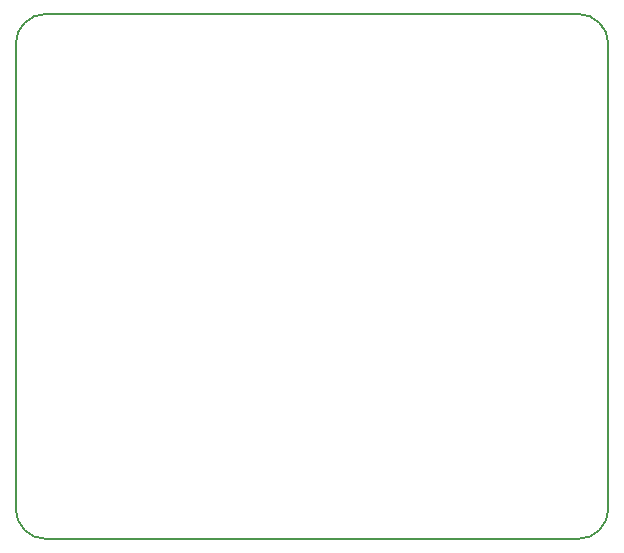
<source format=gko>
G04 #@! TF.GenerationSoftware,KiCad,Pcbnew,(2017-12-02 revision 3109343)-master*
G04 #@! TF.CreationDate,2017-12-29T01:32:37-05:00*
G04 #@! TF.ProjectId,a9ref,61397265662E6B696361645F70636200,rev?*
G04 #@! TF.SameCoordinates,Original*
G04 #@! TF.FileFunction,Profile,NP*
%FSLAX46Y46*%
G04 Gerber Fmt 4.6, Leading zero omitted, Abs format (unit mm)*
G04 Created by KiCad (PCBNEW (2017-12-02 revision 3109343)-master) date Fri Dec 29 01:32:37 2017*
%MOMM*%
%LPD*%
G01*
G04 APERTURE LIST*
%ADD10C,0.150000*%
G04 APERTURE END LIST*
D10*
X164465000Y-170180000D02*
X119380000Y-170180000D01*
X164465000Y-125730000D02*
X119380000Y-125730000D01*
X167005000Y-128270000D02*
X167005000Y-167640000D01*
X116840000Y-167640000D02*
X116840000Y-128270000D01*
X119380000Y-125730000D02*
G75*
G03X116840000Y-128270000I0J-2540000D01*
G01*
X167005000Y-128270000D02*
G75*
G03X164465000Y-125730000I-2540000J0D01*
G01*
X164465000Y-170180000D02*
G75*
G03X167005000Y-167640000I0J2540000D01*
G01*
X116840000Y-167640000D02*
G75*
G03X119380000Y-170180000I2540000J0D01*
G01*
M02*

</source>
